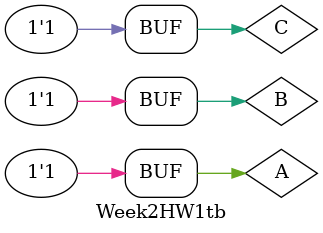
<source format=v>
`timescale 1ns / 1ps                 //12181457 ±è¹ü¼ö week2HW1


module Week2HW1tb();                    //testbenchÀÌ¹Ç·Î pot ¼±¾ðÇÒ ÇÊ¿ä ¾øÀ½
    reg A, B, C;                        //regÇü½ÄÀ¸·Î input A, B, C ¼±¾ð
    wire Y;                             //wireÇü½ÄÀ¸·Î ouput Y ¼±¾ð
    Week2HW1 uut(                       //testÇÏ°íÀÚÇÏ´Â RTL ModelÀ» uut·Î È£Ãâ
        .A(A),                          //A
        .B(B),                          //B
        .C(C),                          //C
        .Y(Y)                           //Y
    );
    
initial begin                           //100ns¸¶´Ù ÀÔ·ÂÀ» ¹Ù²ã test
                A=0; B=0; C=0;          //000
        #100    A=0; B=0; C=1;          //001
        #100    A=0; B=1; C=0;          //010
        #100    A=0; B=1; C=1;          //011
        #100    A=1; B=0; C=0;          //100
        #100    A=1; B=0; C=1;          //101
        #100    A=1; B=1; C=0;          //110
        #100    A=1; B=1; C=1;          //111
end
       
endmodule

</source>
